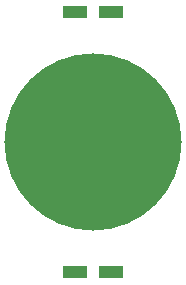
<source format=gbp>
G04 #@! TF.GenerationSoftware,KiCad,Pcbnew,7.0.10-7.0.10~ubuntu22.04.1*
G04 #@! TF.CreationDate,2024-03-30T20:23:11+11:00*
G04 #@! TF.ProjectId,AtariHDisk4,41746172-6948-4446-9973-6b342e6b6963,rev?*
G04 #@! TF.SameCoordinates,Original*
G04 #@! TF.FileFunction,Paste,Bot*
G04 #@! TF.FilePolarity,Positive*
%FSLAX46Y46*%
G04 Gerber Fmt 4.6, Leading zero omitted, Abs format (unit mm)*
G04 Created by KiCad (PCBNEW 7.0.10-7.0.10~ubuntu22.04.1) date 2024-03-30 20:23:11*
%MOMM*%
%LPD*%
G01*
G04 APERTURE LIST*
%ADD10R,2.100000X1.000000*%
%ADD11C,15.000000*%
G04 APERTURE END LIST*
D10*
X126010000Y-90854000D03*
X122910000Y-90854000D03*
X126010000Y-112854000D03*
X122910000Y-112854000D03*
D11*
X124460000Y-101854000D03*
M02*

</source>
